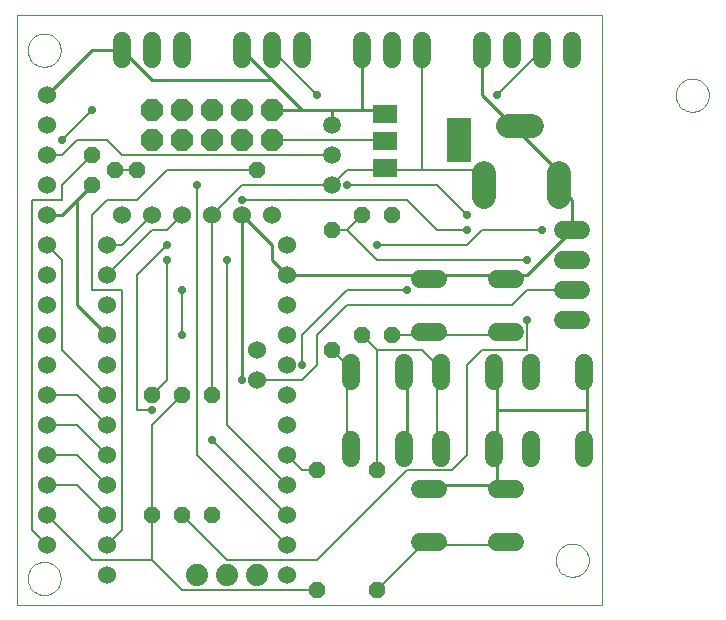
<source format=gtl>
G75*
G70*
%OFA0B0*%
%FSLAX24Y24*%
%IPPOS*%
%LPD*%
%AMOC8*
5,1,8,0,0,1.08239X$1,22.5*
%
%ADD10C,0.0000*%
%ADD11C,0.0600*%
%ADD12OC8,0.0520*%
%ADD13C,0.0594*%
%ADD14C,0.0594*%
%ADD15C,0.0600*%
%ADD16C,0.0740*%
%ADD17OC8,0.0740*%
%ADD18C,0.0787*%
%ADD19R,0.0790X0.0590*%
%ADD20R,0.0790X0.1500*%
%ADD21C,0.0100*%
%ADD22OC8,0.0240*%
%ADD23C,0.0080*%
D10*
X000100Y000377D02*
X000100Y020062D01*
X019592Y020062D01*
X019592Y000377D01*
X000100Y000377D01*
X000443Y001271D02*
X000445Y001318D01*
X000451Y001364D01*
X000461Y001410D01*
X000474Y001455D01*
X000492Y001498D01*
X000513Y001540D01*
X000537Y001580D01*
X000565Y001617D01*
X000596Y001652D01*
X000630Y001685D01*
X000666Y001714D01*
X000705Y001740D01*
X000746Y001763D01*
X000789Y001782D01*
X000833Y001798D01*
X000878Y001810D01*
X000924Y001818D01*
X000971Y001822D01*
X001017Y001822D01*
X001064Y001818D01*
X001110Y001810D01*
X001155Y001798D01*
X001199Y001782D01*
X001242Y001763D01*
X001283Y001740D01*
X001322Y001714D01*
X001358Y001685D01*
X001392Y001652D01*
X001423Y001617D01*
X001451Y001580D01*
X001475Y001540D01*
X001496Y001498D01*
X001514Y001455D01*
X001527Y001410D01*
X001537Y001364D01*
X001543Y001318D01*
X001545Y001271D01*
X001543Y001224D01*
X001537Y001178D01*
X001527Y001132D01*
X001514Y001087D01*
X001496Y001044D01*
X001475Y001002D01*
X001451Y000962D01*
X001423Y000925D01*
X001392Y000890D01*
X001358Y000857D01*
X001322Y000828D01*
X001283Y000802D01*
X001242Y000779D01*
X001199Y000760D01*
X001155Y000744D01*
X001110Y000732D01*
X001064Y000724D01*
X001017Y000720D01*
X000971Y000720D01*
X000924Y000724D01*
X000878Y000732D01*
X000833Y000744D01*
X000789Y000760D01*
X000746Y000779D01*
X000705Y000802D01*
X000666Y000828D01*
X000630Y000857D01*
X000596Y000890D01*
X000565Y000925D01*
X000537Y000962D01*
X000513Y001002D01*
X000492Y001044D01*
X000474Y001087D01*
X000461Y001132D01*
X000451Y001178D01*
X000445Y001224D01*
X000443Y001271D01*
X018049Y001877D02*
X018051Y001924D01*
X018057Y001970D01*
X018067Y002016D01*
X018080Y002061D01*
X018098Y002104D01*
X018119Y002146D01*
X018143Y002186D01*
X018171Y002223D01*
X018202Y002258D01*
X018236Y002291D01*
X018272Y002320D01*
X018311Y002346D01*
X018352Y002369D01*
X018395Y002388D01*
X018439Y002404D01*
X018484Y002416D01*
X018530Y002424D01*
X018577Y002428D01*
X018623Y002428D01*
X018670Y002424D01*
X018716Y002416D01*
X018761Y002404D01*
X018805Y002388D01*
X018848Y002369D01*
X018889Y002346D01*
X018928Y002320D01*
X018964Y002291D01*
X018998Y002258D01*
X019029Y002223D01*
X019057Y002186D01*
X019081Y002146D01*
X019102Y002104D01*
X019120Y002061D01*
X019133Y002016D01*
X019143Y001970D01*
X019149Y001924D01*
X019151Y001877D01*
X019149Y001830D01*
X019143Y001784D01*
X019133Y001738D01*
X019120Y001693D01*
X019102Y001650D01*
X019081Y001608D01*
X019057Y001568D01*
X019029Y001531D01*
X018998Y001496D01*
X018964Y001463D01*
X018928Y001434D01*
X018889Y001408D01*
X018848Y001385D01*
X018805Y001366D01*
X018761Y001350D01*
X018716Y001338D01*
X018670Y001330D01*
X018623Y001326D01*
X018577Y001326D01*
X018530Y001330D01*
X018484Y001338D01*
X018439Y001350D01*
X018395Y001366D01*
X018352Y001385D01*
X018311Y001408D01*
X018272Y001434D01*
X018236Y001463D01*
X018202Y001496D01*
X018171Y001531D01*
X018143Y001568D01*
X018119Y001608D01*
X018098Y001650D01*
X018080Y001693D01*
X018067Y001738D01*
X018057Y001784D01*
X018051Y001830D01*
X018049Y001877D01*
X022049Y017377D02*
X022051Y017424D01*
X022057Y017470D01*
X022067Y017516D01*
X022080Y017561D01*
X022098Y017604D01*
X022119Y017646D01*
X022143Y017686D01*
X022171Y017723D01*
X022202Y017758D01*
X022236Y017791D01*
X022272Y017820D01*
X022311Y017846D01*
X022352Y017869D01*
X022395Y017888D01*
X022439Y017904D01*
X022484Y017916D01*
X022530Y017924D01*
X022577Y017928D01*
X022623Y017928D01*
X022670Y017924D01*
X022716Y017916D01*
X022761Y017904D01*
X022805Y017888D01*
X022848Y017869D01*
X022889Y017846D01*
X022928Y017820D01*
X022964Y017791D01*
X022998Y017758D01*
X023029Y017723D01*
X023057Y017686D01*
X023081Y017646D01*
X023102Y017604D01*
X023120Y017561D01*
X023133Y017516D01*
X023143Y017470D01*
X023149Y017424D01*
X023151Y017377D01*
X023149Y017330D01*
X023143Y017284D01*
X023133Y017238D01*
X023120Y017193D01*
X023102Y017150D01*
X023081Y017108D01*
X023057Y017068D01*
X023029Y017031D01*
X022998Y016996D01*
X022964Y016963D01*
X022928Y016934D01*
X022889Y016908D01*
X022848Y016885D01*
X022805Y016866D01*
X022761Y016850D01*
X022716Y016838D01*
X022670Y016830D01*
X022623Y016826D01*
X022577Y016826D01*
X022530Y016830D01*
X022484Y016838D01*
X022439Y016850D01*
X022395Y016866D01*
X022352Y016885D01*
X022311Y016908D01*
X022272Y016934D01*
X022236Y016963D01*
X022202Y016996D01*
X022171Y017031D01*
X022143Y017068D01*
X022119Y017108D01*
X022098Y017150D01*
X022080Y017193D01*
X022067Y017238D01*
X022057Y017284D01*
X022051Y017330D01*
X022049Y017377D01*
X000443Y018877D02*
X000445Y018924D01*
X000451Y018970D01*
X000461Y019016D01*
X000474Y019061D01*
X000492Y019104D01*
X000513Y019146D01*
X000537Y019186D01*
X000565Y019223D01*
X000596Y019258D01*
X000630Y019291D01*
X000666Y019320D01*
X000705Y019346D01*
X000746Y019369D01*
X000789Y019388D01*
X000833Y019404D01*
X000878Y019416D01*
X000924Y019424D01*
X000971Y019428D01*
X001017Y019428D01*
X001064Y019424D01*
X001110Y019416D01*
X001155Y019404D01*
X001199Y019388D01*
X001242Y019369D01*
X001283Y019346D01*
X001322Y019320D01*
X001358Y019291D01*
X001392Y019258D01*
X001423Y019223D01*
X001451Y019186D01*
X001475Y019146D01*
X001496Y019104D01*
X001514Y019061D01*
X001527Y019016D01*
X001537Y018970D01*
X001543Y018924D01*
X001545Y018877D01*
X001543Y018830D01*
X001537Y018784D01*
X001527Y018738D01*
X001514Y018693D01*
X001496Y018650D01*
X001475Y018608D01*
X001451Y018568D01*
X001423Y018531D01*
X001392Y018496D01*
X001358Y018463D01*
X001322Y018434D01*
X001283Y018408D01*
X001242Y018385D01*
X001199Y018366D01*
X001155Y018350D01*
X001110Y018338D01*
X001064Y018330D01*
X001017Y018326D01*
X000971Y018326D01*
X000924Y018330D01*
X000878Y018338D01*
X000833Y018350D01*
X000789Y018366D01*
X000746Y018385D01*
X000705Y018408D01*
X000666Y018434D01*
X000630Y018463D01*
X000596Y018496D01*
X000565Y018531D01*
X000537Y018568D01*
X000513Y018608D01*
X000492Y018650D01*
X000474Y018693D01*
X000461Y018738D01*
X000451Y018784D01*
X000445Y018830D01*
X000443Y018877D01*
D11*
X001100Y017377D03*
X001100Y016377D03*
X001100Y015377D03*
X001100Y014377D03*
X001100Y013377D03*
X001100Y012377D03*
X001100Y011377D03*
X001100Y010377D03*
X001100Y009377D03*
X001100Y008377D03*
X001100Y007377D03*
X001100Y006377D03*
X001100Y005377D03*
X001100Y004377D03*
X001100Y003377D03*
X001100Y002377D03*
X003100Y002377D03*
X003100Y001377D03*
X003100Y003377D03*
X003100Y004377D03*
X003100Y005377D03*
X003100Y006377D03*
X003100Y007377D03*
X003100Y008377D03*
X003100Y009377D03*
X003100Y010377D03*
X003100Y011377D03*
X003100Y012377D03*
X003600Y013377D03*
X004600Y013377D03*
X005600Y013377D03*
X006600Y013377D03*
X007600Y013377D03*
X008600Y013377D03*
X009100Y012377D03*
X009100Y011377D03*
X009100Y010377D03*
X009100Y009377D03*
X009100Y008377D03*
X009100Y007377D03*
X009100Y006377D03*
X009100Y005377D03*
X009100Y004377D03*
X009100Y003377D03*
X009100Y002377D03*
X009100Y001377D03*
X008100Y007877D03*
X008100Y008877D03*
D12*
X006600Y007377D03*
X005600Y007377D03*
X004600Y007377D03*
X004600Y003377D03*
X005600Y003377D03*
X006600Y003377D03*
X010100Y004877D03*
X012100Y004877D03*
X012100Y000877D03*
X010100Y000877D03*
X010600Y008877D03*
X011600Y009377D03*
X012600Y009377D03*
X010600Y012877D03*
X011600Y013377D03*
X012600Y013377D03*
X008100Y014877D03*
X004100Y014877D03*
X003350Y014877D03*
X002600Y014377D03*
X002600Y015377D03*
D13*
X010600Y015377D03*
X010600Y016377D03*
X010600Y014377D03*
D14*
X009600Y018581D02*
X009600Y019174D01*
X008600Y019174D02*
X008600Y018581D01*
X007600Y018581D02*
X007600Y019174D01*
X005600Y019174D02*
X005600Y018581D01*
X004600Y018581D02*
X004600Y019174D01*
X003600Y019174D02*
X003600Y018581D01*
X011600Y018581D02*
X011600Y019174D01*
X012600Y019174D02*
X012600Y018581D01*
X013600Y018581D02*
X013600Y019174D01*
X015600Y019174D02*
X015600Y018581D01*
X016600Y018581D02*
X016600Y019174D01*
X017600Y019174D02*
X017600Y018581D01*
X018600Y018581D02*
X018600Y019174D01*
X018303Y012877D02*
X018897Y012877D01*
X018897Y011877D02*
X018303Y011877D01*
X018303Y010877D02*
X018897Y010877D01*
X018897Y009877D02*
X018303Y009877D01*
D15*
X018990Y008457D02*
X018990Y007857D01*
X017210Y007857D02*
X017210Y008457D01*
X016680Y009487D02*
X016080Y009487D01*
X015990Y008457D02*
X015990Y007857D01*
X014210Y007857D02*
X014210Y008457D01*
X014120Y009487D02*
X013520Y009487D01*
X012990Y008457D02*
X012990Y007857D01*
X011210Y007857D02*
X011210Y008457D01*
X011210Y005897D02*
X011210Y005297D01*
X012990Y005297D02*
X012990Y005897D01*
X014210Y005897D02*
X014210Y005297D01*
X014120Y004267D02*
X013520Y004267D01*
X013520Y002487D02*
X014120Y002487D01*
X016080Y002487D02*
X016680Y002487D01*
X016680Y004267D02*
X016080Y004267D01*
X015990Y005297D02*
X015990Y005897D01*
X017210Y005897D02*
X017210Y005297D01*
X018990Y005297D02*
X018990Y005897D01*
X016680Y011267D02*
X016080Y011267D01*
X014120Y011267D02*
X013520Y011267D01*
D16*
X008100Y001377D03*
X007100Y001377D03*
X006100Y001377D03*
D17*
X005600Y015877D03*
X006600Y015877D03*
X007600Y015877D03*
X008600Y015877D03*
X008600Y016877D03*
X007600Y016877D03*
X006600Y016877D03*
X005600Y016877D03*
X004600Y016877D03*
X004600Y015877D03*
D18*
X015667Y014787D02*
X015667Y013999D01*
X018147Y013999D02*
X018147Y014787D01*
X017242Y016362D02*
X016454Y016362D01*
D19*
X012360Y016767D03*
X012360Y015867D03*
X012360Y014967D03*
D20*
X014840Y015877D03*
D21*
X015600Y017377D02*
X016600Y016377D01*
X016848Y016362D01*
X016600Y016377D01*
X018100Y014877D01*
X018147Y014393D01*
X018100Y014377D01*
X018600Y013877D01*
X018600Y012877D01*
X017100Y011377D01*
X016600Y011377D01*
X016380Y011267D01*
X016100Y011377D01*
X014100Y011377D01*
X013820Y011267D01*
X013600Y011377D01*
X009100Y011377D01*
X008600Y011877D01*
X008600Y012377D01*
X007600Y013377D01*
X007600Y007877D01*
X003100Y009377D02*
X002100Y010377D01*
X002100Y013877D01*
X002600Y014377D01*
X002100Y013877D02*
X001600Y013377D01*
X001100Y013377D01*
X001100Y017377D02*
X002600Y018877D01*
X003600Y018877D01*
X004600Y017877D01*
X008600Y017877D01*
X007600Y018877D01*
X008600Y017877D02*
X009600Y016877D01*
X010600Y016877D01*
X010600Y016377D01*
X010600Y016877D02*
X011600Y016877D01*
X011600Y018877D01*
X011600Y016877D02*
X012100Y016877D01*
X012360Y016767D01*
X009600Y016877D02*
X008600Y016877D01*
X015600Y017377D02*
X015600Y018877D01*
X015990Y008157D02*
X016100Y007877D01*
X016100Y006877D01*
X019100Y006877D01*
X019100Y005877D01*
X018990Y005597D01*
X019100Y006877D02*
X019100Y007877D01*
X018990Y008157D01*
X016100Y006877D02*
X016100Y005877D01*
X015990Y005597D01*
X016100Y005377D01*
X016100Y004377D01*
X016380Y004267D01*
X016100Y004377D01*
X014100Y004377D01*
X013820Y004267D01*
X012990Y005597D02*
X013100Y005877D01*
X013100Y007877D01*
X012990Y008157D01*
D22*
X013100Y010877D03*
X012100Y012377D03*
X011100Y014377D03*
X010100Y017377D03*
X007600Y013877D03*
X006100Y014377D03*
X005100Y012377D03*
X005100Y011877D03*
X005600Y010877D03*
X007100Y011877D03*
X005600Y009377D03*
X007600Y007877D03*
X009600Y008377D03*
X006600Y005877D03*
X004600Y006877D03*
X001600Y015877D03*
X002600Y016877D03*
X015100Y013377D03*
X015100Y012877D03*
X017100Y011877D03*
X017600Y012877D03*
X017100Y009877D03*
X016100Y017377D03*
D23*
X017600Y018877D01*
X013600Y018877D02*
X013600Y014877D01*
X012600Y014877D01*
X012360Y014967D01*
X012100Y014877D01*
X011100Y014877D01*
X010600Y014377D01*
X007600Y014377D01*
X006600Y013377D01*
X006600Y007377D01*
X005600Y007377D02*
X004600Y006377D01*
X004600Y003377D01*
X004600Y001877D01*
X002600Y001877D01*
X001100Y003377D01*
X000600Y002877D02*
X001100Y002377D01*
X000600Y002877D02*
X000600Y013877D01*
X001600Y013877D01*
X001600Y014377D01*
X002600Y015377D01*
X002100Y015877D02*
X001600Y015377D01*
X001100Y015377D01*
X001600Y015877D02*
X002600Y016877D01*
X002100Y015877D02*
X003100Y015877D01*
X003600Y015377D01*
X010600Y015377D01*
X011100Y014377D02*
X014100Y014377D01*
X015100Y013377D01*
X015100Y012877D02*
X014100Y012877D01*
X013100Y013877D01*
X007600Y013877D01*
X008100Y014877D02*
X005100Y014877D01*
X004100Y013877D01*
X003100Y013877D01*
X002600Y013377D01*
X002600Y010877D01*
X003600Y010877D01*
X003600Y002877D01*
X003100Y002377D01*
X003100Y003377D02*
X002100Y004377D01*
X001100Y004377D01*
X001100Y005377D02*
X002100Y005377D01*
X003100Y004377D01*
X003100Y005377D02*
X002100Y006377D01*
X001100Y006377D01*
X001100Y007377D02*
X002100Y007377D01*
X003100Y006377D01*
X004100Y006877D02*
X004100Y011377D01*
X005100Y012377D01*
X005100Y011877D02*
X005100Y007877D01*
X004600Y007377D01*
X004600Y006877D02*
X004100Y006877D01*
X003100Y007377D02*
X001600Y008877D01*
X001600Y011877D01*
X001100Y012377D01*
X003100Y012377D02*
X003600Y012377D01*
X004600Y013377D01*
X004600Y012877D02*
X005100Y012877D01*
X005600Y013377D01*
X004600Y012877D02*
X003100Y011377D01*
X005600Y010877D02*
X005600Y009377D01*
X008100Y007877D02*
X009600Y007877D01*
X010100Y008377D01*
X010100Y009377D01*
X011100Y010377D01*
X016600Y010377D01*
X017100Y010877D01*
X018600Y010877D01*
X017100Y009877D02*
X017100Y008877D01*
X015600Y008877D01*
X015100Y008377D01*
X015100Y005377D01*
X014600Y004877D01*
X013100Y004877D01*
X010100Y001877D01*
X007100Y001877D01*
X005600Y003377D01*
X004600Y001877D02*
X005600Y000877D01*
X010100Y000877D01*
X009100Y002377D02*
X006100Y005377D01*
X006100Y014377D01*
X004100Y014877D02*
X003600Y014877D01*
X003350Y014877D01*
X007100Y011877D02*
X007100Y006377D01*
X009100Y004377D01*
X009600Y004877D02*
X009100Y005377D01*
X009600Y004877D02*
X010100Y004877D01*
X011210Y005597D02*
X011100Y005877D01*
X011100Y007877D01*
X011210Y008157D01*
X011100Y008377D01*
X010600Y008877D01*
X009600Y008377D02*
X009600Y009377D01*
X011100Y010877D01*
X013100Y010877D01*
X012100Y011877D02*
X017100Y011877D01*
X017600Y012877D02*
X015600Y012877D01*
X015100Y012377D01*
X012100Y012377D01*
X012100Y011877D02*
X011100Y012877D01*
X011600Y013377D01*
X011100Y012877D02*
X010600Y012877D01*
X013600Y014877D02*
X015600Y014877D01*
X015667Y014393D01*
X012360Y015867D02*
X012100Y015877D01*
X008600Y015877D01*
X010100Y017377D02*
X008600Y018877D01*
X013600Y009377D02*
X013820Y009487D01*
X014100Y009377D01*
X016100Y009377D01*
X016380Y009487D01*
X014100Y008377D02*
X014210Y008157D01*
X014100Y007877D01*
X014100Y005877D01*
X014210Y005597D01*
X012100Y004877D02*
X012100Y008877D01*
X013600Y008877D01*
X014100Y008377D01*
X013600Y009377D02*
X012600Y009377D01*
X012100Y008877D02*
X011600Y009377D01*
X006600Y005877D02*
X009100Y003377D01*
X012100Y000877D02*
X013600Y002377D01*
X013820Y002487D01*
X014100Y002377D01*
X016100Y002377D01*
X016380Y002487D01*
M02*

</source>
